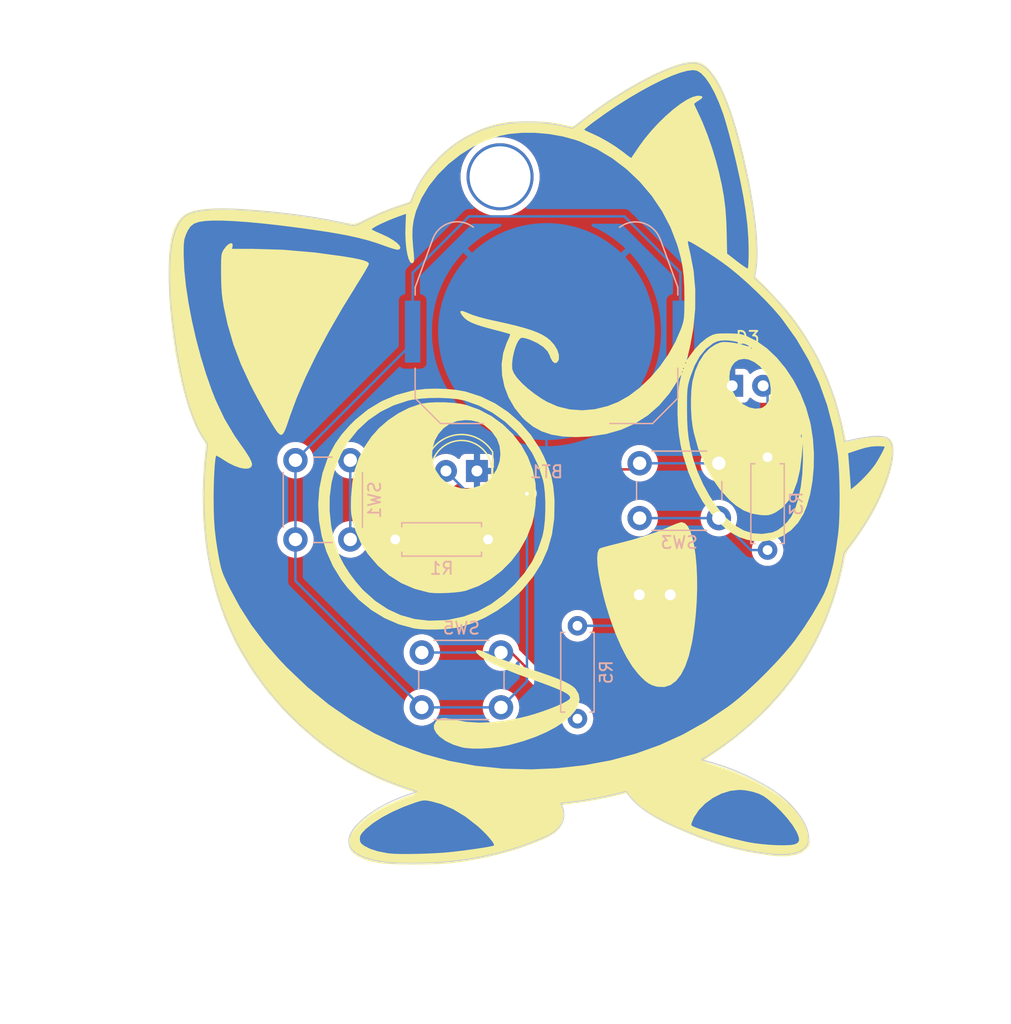
<source format=kicad_pcb>
(kicad_pcb (version 20241129) (generator "pcbnew") (generator_version "8.99")
  (layers (0 "F.Cu" signal) (2 "B.Cu" signal) (13 "F.Paste" user) (15 "B.Paste" user) (5 "F.SilkS" user "F.Silkscreen") (7 "B.SilkS" user "B.Silkscreen") (1 "F.Mask" user) (3 "B.Mask" user) (25 "Edge.Cuts" user))
  (net 0 "")
  (net 1 "Net-(BT1-+)")
  (net 2 "Net-(BT1--)")
  (net 3 "Net-(D1-A)")
  (net 4 "Net-(D3-A)")
  (net 5 "Net-(D5-A)")
  (net 6 "Net-(R1-Pad1)")
  (net 7 "Net-(R3-Pad1)")
  (net 8 "Net-(R5-Pad1)")
  (footprint "LED_THT:LED_D5.0mm" (layer "F.Cu") (at 199.395 87.63 180)
    (property "Reference" "D1" (at 1.27 -3.96 360) (layer "F.SilkS"))
    (property "Value" "LED")
    (pad "1" thru_hole rect (at 0 0 180) (size 1.8 1.8) (drill 0.9) (layers "*.Cu" "*.Mask") (net 2 "Net-(BT1--)"))
    (pad "2" thru_hole circle (at 2.54 0 180) (size 1.8 1.8) (drill 0.9) (layers "*.Cu" "*.Mask") (net 3 "Net-(D1-A)"))
  )
  (footprint "LED_THT:LED_D5.0mm" (layer "F.Cu") (at 212.725 97.79)
    (property "Reference" "D5" (at 1.27 -3.96 0) (layer "F.SilkS"))
    (property "Value" "LED")
    (pad "1" thru_hole rect (at 0 0) (size 1.8 1.8) (drill 0.9) (layers "*.Cu" "*.Mask") (net 2 "Net-(BT1--)"))
    (pad "2" thru_hole circle (at 2.54 0) (size 1.8 1.8) (drill 0.9) (layers "*.Cu" "*.Mask") (net 5 "Net-(D5-A)"))
  )
  (footprint "LED_THT:LED_D5.0mm" (layer "F.Cu") (at 220.345 80.645)
    (property "Reference" "D3" (at 1.27 -3.96 0) (layer "F.SilkS"))
    (property "Value" "LED")
    (pad "1" thru_hole rect (at 0 0) (size 1.8 1.8) (drill 0.9) (layers "*.Cu" "*.Mask") (net 2 "Net-(BT1--)"))
    (pad "2" thru_hole circle (at 2.54 0) (size 1.8 1.8) (drill 0.9) (layers "*.Cu" "*.Mask") (net 4 "Net-(D3-A)"))
  )
  (footprint "LOGO" (layer "F.Cu") (at 203.835 86.995)
    (property "Reference" "G***" (hide yes))
    (property "Value" "LOGO" (hide yes))
  )
  (footprint "Battery:BatteryHolder_Keystone_3034_1x20mm" (layer "B.Cu") (at 205.105 76.2)
    (property "Reference" "BT1" (at 0 11.5 360) (layer "B.SilkS") (effects (justify mirror)))
    (property "Value" "Battery_Cell")
    (pad "1" smd rect (at -10.985 0) (size 1.27 5.08) (layers "B.Cu" "B.Mask" "B.Paste") (net 1 "Net-(BT1-+)"))
    (pad "1" smd rect (at 10.985 0) (size 1.27 5.08) (layers "B.Cu" "B.Mask" "B.Paste") (net 1 "Net-(BT1-+)"))
    (pad "2" smd circle (at 0 0) (size 17.8 17.8) (layers "B.Cu" "B.Mask") (net 2 "Net-(BT1--)"))
  )
  (footprint "Button_Switch_THT:SW_PUSH_6mm" (layer "B.Cu") (at 201.37 102.525 180)
    (property "Reference" "SW5" (at 3.25 2 0) (layer "B.SilkS") (effects (justify mirror)))
    (property "Value" "SW_Push")
    (pad "1" thru_hole circle (at 0 0 90) (size 2 2) (drill 1.1) (layers "F&B.Cu" "*.Mask") (net 8 "Net-(R5-Pad1)"))
    (pad "1" thru_hole circle (at 6.5 0 90) (size 2 2) (drill 1.1) (layers "F&B.Cu" "*.Mask") (net 8 "Net-(R5-Pad1)"))
    (pad "2" thru_hole circle (at 0 -4.5 90) (size 2 2) (drill 1.1) (layers "F&B.Cu" "*.Mask") (net 1 "Net-(BT1-+)"))
    (pad "2" thru_hole circle (at 6.5 -4.5 90) (size 2 2) (drill 1.1) (layers "F&B.Cu" "*.Mask") (net 1 "Net-(BT1-+)"))
  )
  (footprint "Button_Switch_THT:SW_PUSH_6mm" (layer "B.Cu") (at 212.75 91.5)
    (property "Reference" "SW3" (at 3.25 2 360) (layer "B.SilkS") (effects (justify mirror)))
    (property "Value" "SW_Push")
    (pad "1" thru_hole circle (at 0 0 270) (size 2 2) (drill 1.1) (layers "F&B.Cu" "*.Mask") (net 7 "Net-(R3-Pad1)"))
    (pad "1" thru_hole circle (at 6.5 0 270) (size 2 2) (drill 1.1) (layers "F&B.Cu" "*.Mask") (net 7 "Net-(R3-Pad1)"))
    (pad "2" thru_hole circle (at 0 -4.5 270) (size 2 2) (drill 1.1) (layers "F&B.Cu" "*.Mask") (net 1 "Net-(BT1-+)"))
    (pad "2" thru_hole circle (at 6.5 -4.5 270) (size 2 2) (drill 1.1) (layers "F&B.Cu" "*.Mask") (net 1 "Net-(BT1-+)"))
  )
  (footprint "Resistor_THT:R_Axial_DIN0207_L6.3mm_D2.5mm_P7.62mm_Horizontal" (layer "B.Cu") (at 223.25 94.12 90)
    (property "Reference" "R3" (at 3.81 2.37 90) (layer "B.SilkS") (effects (justify mirror)))
    (property "Value" "R")
    (pad "1" thru_hole circle (at 0 0 90) (size 1.6 1.6) (drill 0.8) (layers "F&B.Cu" "*.Mask") (net 7 "Net-(R3-Pad1)"))
    (pad "2" thru_hole oval (at 7.62 0 90) (size 1.6 1.6) (drill 0.8) (layers "F&B.Cu" "*.Mask") (net 4 "Net-(D3-A)"))
  )
  (footprint "Resistor_THT:R_Axial_DIN0207_L6.3mm_D2.5mm_P7.62mm_Horizontal" (layer "B.Cu") (at 207.645 107.95 90)
    (property "Reference" "R5" (at 3.81 2.37 90) (layer "B.SilkS") (effects (justify mirror)))
    (property "Value" "R")
    (pad "1" thru_hole circle (at 0 0 90) (size 1.6 1.6) (drill 0.8) (layers "F&B.Cu" "*.Mask") (net 8 "Net-(R5-Pad1)"))
    (pad "2" thru_hole oval (at 7.62 0 90) (size 1.6 1.6) (drill 0.8) (layers "F&B.Cu" "*.Mask") (net 5 "Net-(D5-A)"))
  )
  (footprint "Button_Switch_THT:SW_PUSH_6mm" (layer "B.Cu") (at 189 93.25 90)
    (property "Reference" "SW1" (at 3.25 2 90) (layer "B.SilkS") (effects (justify mirror)))
    (property "Value" "SW_Push")
    (pad "1" thru_hole circle (at 0 0) (size 2 2) (drill 1.1) (layers "F&B.Cu" "*.Mask") (net 6 "Net-(R1-Pad1)"))
    (pad "1" thru_hole circle (at 6.5 0) (size 2 2) (drill 1.1) (layers "F&B.Cu" "*.Mask") (net 6 "Net-(R1-Pad1)"))
    (pad "2" thru_hole circle (at 0 -4.5) (size 2 2) (drill 1.1) (layers "F&B.Cu" "*.Mask") (net 1 "Net-(BT1-+)"))
    (pad "2" thru_hole circle (at 6.5 -4.5) (size 2 2) (drill 1.1) (layers "F&B.Cu" "*.Mask") (net 1 "Net-(BT1-+)"))
  )
  (footprint "Resistor_THT:R_Axial_DIN0207_L6.3mm_D2.5mm_P7.62mm_Horizontal" (layer "B.Cu") (at 192.69 93.25)
    (property "Reference" "R1" (at 3.81 2.37 360) (layer "B.SilkS") (effects (justify mirror)))
    (property "Value" "R")
    (pad "1" thru_hole circle (at 0 0) (size 1.6 1.6) (drill 0.8) (layers "F&B.Cu" "*.Mask") (net 6 "Net-(R1-Pad1)"))
    (pad "2" thru_hole oval (at 7.62 0) (size 1.6 1.6) (drill 0.8) (layers "F&B.Cu" "*.Mask") (net 3 "Net-(D1-A)"))
  )
  (gr_poly (pts (xy 217.160127 54.169789) (xy 217.228931 54.172505) (xy 217.296857 54.177908) (xy 217.36391 54.18604) (xy 217.430093 54.196944) (xy 217.495411 54.210661) (xy 217.559867 54.227234) (xy 217.623467 54.246704) (xy 217.686213 54.269114) (xy 217.74811 54.294505) (xy 217.809162 54.32292) (xy 217.869372 54.354401) (xy 217.928746 54.388989) (xy 217.987287 54.426727) (xy 218.045 54.467657) (xy 218.103783 54.512457) (xy 218.161058 54.558621) (xy 218.216879 54.6061) (xy 218.2713 54.654848) (xy 218.324375 54.704817) (xy 218.376159 54.755958) (xy 218.426706 54.808226) (xy 218.47607 54.861572) (xy 218.524306 54.91595) (xy 218.571467 54.97131) (xy 218.617608 55.027607) (xy 218.662783 55.084792) (xy 218.750453 55.201638) (xy 218.834911 55.321468) (xy 218.918016 55.445321) (xy 218.998298 55.570625) (xy 219.150909 55.825307) (xy 219.293775 56.084958) (xy 219.427926 56.349026) (xy 219.554393 56.616958) (xy 219.674209 56.8882) (xy 219.788403 57.162198) (xy 219.898006 57.438399) (xy 220.083848 57.934147) (xy 220.258034 58.433532) (xy 220.421672 58.936193) (xy 220.575869 59.441774) (xy 220.721732 59.949916) (xy 220.860367 60.460261) (xy 221.120384 61.486127) (xy 221.34269 62.431746) (xy 221.549369 63.380924) (xy 221.739727 64.333748) (xy 221.91307 65.290306) (xy 222.070092 66.259119) (xy 222.139987 66.744654) (xy 222.202459 67.231057) (xy 222.25625 67.718416) (xy 222.300099 68.206816) (xy 222.332749 68.696345) (xy 222.352941 69.18709) (xy 222.359958 69.498556) (xy 222.362375 69.809838) (xy 222.35828 70.12075) (xy 222.345764 70.43111) (xy 222.322917 70.740731) (xy 222.307023 70.895208) (xy 222.28783 71.049431) (xy 222.265099 71.203377) (xy 222.238592 71.357023) (xy 222.20807 71.510346) (xy 222.173294 71.663324) (xy 222.171016 71.67357) (xy 222.169207 71.683482) (xy 222.167856 71.693072) (xy 222.166949 71.702353) (xy 222.166473 71.711338) (xy 222.166416 71.720039) (xy 222.166764 71.728468) (xy 222.167505 71.73664) (xy 222.168626 71.744566) (xy 222.170114 71.75226) (xy 222.171956 71.759733) (xy 222.174139 71.766999) (xy 222.176651 71.77407) (xy 222.179477 71.780959) (xy 222.182607 71.787679) (xy 222.186026 71.794243) (xy 222.189721 71.800663) (xy 222.193681 71.806951) (xy 222.197891 71.813122) (xy 222.20234 71.819186) (xy 222.2119 71.83105) (xy 222.222257 71.842643) (xy 222.233309 71.854068) (xy 222.244952 71.865427) (xy 222.269601 71.888352) (xy 222.557165 72.152892) (xy 222.840563 72.421492) (xy 223.119706 72.694215) (xy 223.394509 72.971127) (xy 223.664883 73.252292) (xy 223.930744 73.537777) (xy 224.192002 73.827646) (xy 224.448572 74.121964) (xy 224.799575 74.541009) (xy 225.139272 74.966458) (xy 225.46762 75.398334) (xy 225.784577 75.836661) (xy 226.090102 76.28146) (xy 226.384151 76.732756) (xy 226.666684 77.190572) (xy 226.937658 77.654929) (xy 227.197032 78.125852) (xy 227.444762 78.603364) (xy 227.680807 79.087488) (xy 227.905126 79.578246) (xy 228.117675 80.075661) (xy 228.318414 80.579758) (xy 228.507299 81.090558) (xy 228.68429 81.608086) (xy 228.81769 82.028233) (xy 228.942886 82.450378) (xy 229.059922 82.874519) (xy 229.16884 83.300657) (xy 229.269685 83.728792) (xy 229.362499 84.158924) (xy 229.447325 84.591053) (xy 229.524208 85.025179) (xy 229.530821 85.062683) (xy 229.534415 85.081436) (xy 229.538215 85.100188) (xy 229.542232 85.118941) (xy 229.546478 85.137693) (xy 229.550962 85.156446) (xy 229.555696 85.175198) (xy 229.556985 85.177325) (xy 229.558415 85.179541) (xy 229.561644 85.184242) (xy 229.569241 85.194761) (xy 229.573413 85.200601) (xy 229.577705 85.206843) (xy 229.582018 85.213497) (xy 229.584152 85.216982) (xy 229.586254 85.220574) (xy 230.148592 85.100188) (xy 230.429067 85.040603) (xy 230.709543 84.982579) (xy 230.897595 84.945822) (xy 231.086037 84.911637) (xy 231.274913 84.880598) (xy 231.464266 84.853282) (xy 231.65414 84.830263) (xy 231.844579 84.812117) (xy 232.035626 84.799418) (xy 232.227324 84.792743) (xy 232.298594 84.792564) (xy 232.369993 84.794609) (xy 232.441479 84.798586) (xy 232.513008 84.804201) (xy 232.584538 84.811163) (xy 232.656024 84.819177) (xy 232.798696 84.83719) (xy 232.826823 84.841453) (xy 232.854257 84.846593) (xy 232.881006 84.852597) (xy 232.907077 84.859452) (xy 232.932478 84.867145) (xy 232.957217 84.875664) (xy 232.981301 84.884995) (xy 233.004737 84.895126) (xy 233.027532 84.906044) (xy 233.049695 84.917736) (xy 233.071233 84.930188) (xy 233.092152 84.943389) (xy 233.112462 84.957325) (xy 233.132168 84.971983) (xy 233.169802 85.003416) (xy 233.205113 85.037583) (xy 233.238162 85.074381) (xy 233.269008 85.113708) (xy 233.297711 85.155461) (xy 233.324331 85.199535) (xy 233.348927 85.245829) (xy 233.371558 85.294239) (xy 233.392286 85.344662) (xy 233.413562 85.403163) (xy 233.432319 85.461971) (xy 233.448665 85.52107) (xy 233.462706 85.580441) (xy 233.47455 85.640068) (xy 233.484304 85.699931) (xy 233.492074 85.760015) (xy 233.497968 85.820301) (xy 233.502094 85.880771) (xy 233.504557 85.941408) (xy 233.505467 86.002194) (xy 233.504928 86.063111) (xy 233.499939 86.185271) (xy 233.490445 86.307745) (xy 233.472012 86.478164) (xy 233.449159 86.647405) (xy 233.422108 86.815525) (xy 233.391084 86.982584) (xy 233.35631 87.148638) (xy 233.318011 87.313747) (xy 233.231732 87.641362) (xy 233.134037 87.965895) (xy 233.026716 88.287812) (xy 232.91156 88.607581) (xy 232.79036 88.925668) (xy 232.673417 89.217111) (xy 232.551176 89.505643) (xy 232.423764 89.79133) (xy 232.291309 90.074234) (xy 232.011778 90.631951) (xy 231.713604 91.179305) (xy 231.397806 91.716805) (xy 231.065405 92.244961) (xy 230.717419 92.764283) (xy 230.35487 93.275282) (xy 230.178196 93.513883) (xy 229.998572 93.750574) (xy 229.816519 93.985528) (xy 229.632557 94.218919) (xy 229.618208 94.237576) (xy 229.604665 94.2564) (xy 229.591912 94.275406) (xy 229.579931 94.294609) (xy 229.568704 94.314023) (xy 229.558214 94.333663) (xy 229.548442 94.353545) (xy 229.539372 94.373684) (xy 229.530986 94.394094) (xy 229.523265 94.41479) (xy 229.516193 94.435787) (xy 229.509752 94.4571) (xy 229.503924 94.478744) (xy 229.498692 94.500734) (xy 229.494037 94.523084) (xy 229.489943 94.54581) (xy 229.405604 95.027297) (xy 229.311638 95.506364) (xy 229.208057 95.983021) (xy 229.094872 96.457279) (xy 228.972093 96.92915) (xy 228.839732 97.398644) (xy 228.697799 97.865772) (xy 228.546305 98.330546) (xy 228.348661 98.89392) (xy 228.137739 99.449536) (xy 227.913563 99.997404) (xy 227.67616 100.537534) (xy 227.425555 101.069937) (xy 227.161775 101.594625) (xy 226.884845 102.111608) (xy 226.594791 102.620897) (xy 226.291638 103.122502) (xy 225.975413 103.616435) (xy 225.646141 104.102707) (xy 225.303848 104.581327) (xy 224.948559 105.052308) (xy 224.580301 105.51566) (xy 224.199099 105.971393) (xy 223.804979 106.419519) (xy 223.485015 106.768181) (xy 223.159569 107.110247) (xy 222.82863 107.4457) (xy 222.492184 107.774519) (xy 222.15022 108.096686) (xy 221.802725 108.412181) (xy 221.449688 108.720987) (xy 221.091096 109.023083) (xy 220.726937 109.318451) (xy 220.357199 109.607071) (xy 219.981869 109.888926) (xy 219.600935 110.163995) (xy 219.214386 110.43226) (xy 218.822209 110.693702) (xy 218.424391 110.948301) (xy 218.020922 111.196039) (xy 218.000854 111.208387) (xy 217.98071 111.221202) (xy 217.93885 111.248709) (xy 217.89265 111.279515) (xy 217.839417 111.314573) (xy 217.866731 111.323383) (xy 217.891939 111.331748) (xy 217.937344 111.347101) (xy 217.958191 111.354066) (xy 217.978235 111.360544) (xy 217.997801 111.366522) (xy 218.017215 111.37199) (xy 218.726525 111.567488) (xy 219.42571 111.787392) (xy 220.114629 112.031886) (xy 220.793141 112.301156) (xy 221.461105 112.595385) (xy 222.118379 112.914758) (xy 222.764824 113.25946) (xy 223.400297 113.629676) (xy 223.58463 113.744616) (xy 223.765669 113.863393) (xy 223.943351 113.986044) (xy 224.117616 114.112607) (xy 224.288404 114.243121) (xy 224.455652 114.377622) (xy 224.619301 114.516149) (xy 224.779288 114.658741) (xy 224.935553 114.805434) (xy 225.088035 114.956268) (xy 225.236672 115.111279) (xy 225.381404 115.270507) (xy 225.522169 115.433989) (xy 225.658907 115.601762) (xy 225.791556 115.773866) (xy 225.920056 115.950338) (xy 226.038383 116.123484) (xy 226.094886 116.211342) (xy 226.149395 116.300135) (xy 226.201745 116.389921) (xy 226.251769 116.480759) (xy 226.299303 116.572706) (xy 226.344182 116.665821) (xy 226.386238 116.760163) (xy 226.425308 116.855789) (xy 226.461225 116.952758) (xy 226.493825 117.051128) (xy 226.522941 117.150958) (xy 226.548408 117.252305) (xy 226.570061 117.355229) (xy 226.587735 117.459787) (xy 226.596878 117.530563) (xy 226.60359 117.601818) (xy 226.608046 117.673419) (xy 226.610418 117.745239) (xy 226.61088 117.817145) (xy 226.609606 117.889008) (xy 226.60677 117.960698) (xy 226.602544 118.032084) (xy 226.599229 118.066259) (xy 226.593866 118.099692) (xy 226.586555 118.132401) (xy 226.577397 118.164404) (xy 226.566491 118.195717) (xy 226.553939 118.226359) (xy 226.53984 118.256348) (xy 226.524295 118.2857) (xy 226.507405 118.314434) (xy 226.489269 118.342567) (xy 226.469988 118.370116) (xy 226.449662 118.3971) (xy 226.428392 118.423536) (xy 226.406279 118.449441) (xy 226.383422 118.474834) (xy 226.359922 118.499731) (xy 226.304664 118.554332) (xy 226.247937 118.605985) (xy 226.189749 118.654716) (xy 226.130105 118.700552) (xy 226.069012 118.743517) (xy 226.006478 118.783638) (xy 225.942508 118.820939) (xy 225.87711 118.855448) (xy 225.810291 118.88719) (xy 225.742056 118.91619) (xy 225.672414 118.942474) (xy 225.60137 118.966069) (xy 225.528931 118.986999) (xy 225.455105 119.00529) (xy 225.379897 119.020969) (xy 225.303315 119.034061) (xy 225.081371 119.063234) (xy 224.859362 119.083748) (xy 224.63731 119.096144) (xy 224.415238 119.100966) (xy 224.193165 119.098755) (xy 223.971115 119.090055) (xy 223.749109 119.075407) (xy 223.527168 119.055354) (xy 223.076821 119.004552) (xy 222.62899 118.943983) (xy 222.183627 118.873886) (xy 221.740687 118.794499) (xy 221.300123 118.706062) (xy 220.861891 118.608814) (xy 219.992232 118.388835) (xy 219.131342 118.136475) (xy 218.278851 117.853642) (xy 217.434392 117.542246) (xy 216.597594 117.204198) (xy 215.911976 116.910022) (xy 215.570969 116.758099) (xy 215.231915 116.601694) (xy 214.895378 116.439862) (xy 214.561924 116.271661) (xy 214.232116 116.096145) (xy 213.906518 115.912371) (xy 213.679755 115.777531) (xy 213.456302 115.637742) (xy 213.236952 115.492137) (xy 213.129062 115.416881) (xy 213.022495 115.339846) (xy 212.91735 115.260923) (xy 212.813725 115.180003) (xy 212.71172 115.096978) (xy 212.611433 115.011739) (xy 212.512964 114.924177) (xy 212.416412 114.834185) (xy 212.321876 114.741653) (xy 212.229454 114.646473) (xy 212.154006 114.563889) (xy 212.080608 114.478744) (xy 212.008448 114.391168) (xy 211.936711 114.301292) (xy 211.79125 114.115158) (xy 211.715899 114.01916) (xy 211.637716 113.921383) (xy 210.986789 114.092522) (xy 210.330274 114.249042) (xy 209.668572 114.391087) (xy 209.002084 114.518796) (xy 208.331212 114.63231) (xy 207.656358 114.731771) (xy 206.977922 114.817319) (xy 206.296306 114.889096) (xy 206.321002 114.958221) (xy 206.34611 115.025543) (xy 206.395393 115.156259) (xy 206.418483 115.22039) (xy 206.439815 115.284195) (xy 206.458846 115.348045) (xy 206.467329 115.380101) (xy 206.475034 115.412307) (xy 206.499945 115.540517) (xy 206.509094 115.603505) (xy 206.516056 115.665753) (xy 206.520843 115.727263) (xy 206.523467 115.788038) (xy 206.523941 115.84808) (xy 206.522276 115.907392) (xy 206.518486 115.965978) (xy 206.512583 116.023839) (xy 206.504579 116.080978) (xy 206.494486 116.137398) (xy 206.482317 116.193102) (xy 206.468085 116.248093) (xy 206.451801 116.302373) (xy 206.433478 116.355944) (xy 206.413128 116.408811) (xy 206.390765 116.460974) (xy 206.366399 116.512438) (xy 206.340044 116.563204) (xy 206.311712 116.613276) (xy 206.281415 116.662657) (xy 206.214976 116.759352) (xy 206.140827 116.853313) (xy 206.059067 116.944561) (xy 205.969794 117.033118) (xy 205.873108 117.119005) (xy 205.826588 117.15736) (xy 205.779413 117.194655) (xy 205.7316 117.230913) (xy 205.683167 117.266159) (xy 205.584513 117.333713) (xy 205.483591 117.397512) (xy 205.380541 117.457751) (xy 205.275506 117.514626) (xy 205.168626 117.568332) (xy 205.060043 117.619065) (xy 204.476615 117.871939) (xy 203.887674 118.107829) (xy 203.29335 118.327114) (xy 202.693774 118.530176) (xy 202.089076 118.717393) (xy 201.479386 118.889146) (xy 200.864834 119.045815) (xy 200.245551 119.187779) (xy 199.804615 119.279581) (xy 199.362497 119.363972) (xy 198.919229 119.440919) (xy 198.474842 119.510388) (xy 198.029371 119.572348) (xy 197.582847 119.626766) (xy 197.135304 119.673608) (xy 196.686772 119.712843) (xy 196.180692 119.74906) (xy 195.673916 119.777551) (xy 195.166792 119.798924) (xy 194.659669 119.813785) (xy 194.205171 119.820282) (xy 193.750412 119.819226) (xy 193.295826 119.81105) (xy 192.841847 119.796188) (xy 192.547656 119.781465) (xy 192.254159 119.760361) (xy 191.96153 119.732052) (xy 191.669943 119.695712) (xy 191.379571 119.650518) (xy 191.090588 119.595643) (xy 190.803168 119.530263) (xy 190.517484 119.453553) (xy 190.375339 119.409874) (xy 190.235114 119.361975) (xy 190.096908 119.30954) (xy 189.960818 119.252254) (xy 189.893597 119.221694) (xy 189.826941 119.189803) (xy 189.760864 119.156542) (xy 189.695377 119.121871) (xy 189.630491 119.085752) (xy 189.566221 119.048145) (xy 189.502577 119.00901) (xy 189.439572 118.968308) (xy 189.385024 118.930395) (xy 189.333522 118.891186) (xy 189.28503 118.850738) (xy 189.239514 118.809112) (xy 189.196938 118.766367) (xy 189.157265 118.722562) (xy 189.120461 118.677757) (xy 189.086489 118.632011) (xy 189.055315 118.585382) (xy 189.026902 118.537932) (xy 189.001215 118.489718) (xy 188.978218 118.440801) (xy 188.957876 118.391239) (xy 188.940153 118.341092) (xy 188.925014 118.29042) (xy 188.912422 118.239281) (xy 188.902343 118.187736) (xy 188.89474 118.135842) (xy 188.889579 118.083661) (xy 188.886822 118.031251) (xy 188.886436 117.978671) (xy 188.888384 117.925981) (xy 188.899139 117.820507) (xy 188.918805 117.715306) (xy 188.947095 117.61085) (xy 188.983724 117.507616) (xy 189.028409 117.406077) (xy 189.067305 117.328925) (xy 189.108562 117.253678) (xy 189.152065 117.180242) (xy 189.197701 117.108527) (xy 189.245355 117.03844) (xy 189.294914 116.969888) (xy 189.346263 116.90278) (xy 189.399289 116.837022) (xy 189.453877 116.772524) (xy 189.509915 116.709192) (xy 189.567287 116.646934) (xy 189.62588 116.585659) (xy 189.746272 116.465687) (xy 189.870181 116.348536) (xy 189.987167 116.242519) (xy 190.106109 116.139365) (xy 190.226944 116.038986) (xy 190.349611 115.941295) (xy 190.474046 115.846203) (xy 190.600188 115.753621) (xy 190.857342 115.575639) (xy 191.120573 115.406642) (xy 191.389382 115.245925) (xy 191.66327 115.092784) (xy 191.941737 114.946512) (xy 192.223169 114.807462) (xy 192.507562 114.675542) (xy 192.794756 114.550415) (xy 193.084587 114.431746) (xy 193.376892 114.319198) (xy 193.671509 114.212434) (xy 193.968274 114.111118) (xy 194.267026 114.014913) (xy 194.290936 114.007427) (xy 194.314717 113.999313) (xy 194.326545 113.994905) (xy 194.338324 113.990201) (xy 194.350049 113.985155) (xy 194.361714 113.979722) (xy 194.373314 113.973854) (xy 194.384843 113.967506) (xy 194.396297 113.960632) (xy 194.407669 113.953186) (xy 194.418954 113.945121) (xy 194.430147 113.936391) (xy 194.441242 113.926951) (xy 194.452234 113.916753) (xy 193.840123 113.721357) (xy 193.278965 113.53394) (xy 192.724806 113.333884) (xy 192.177659 113.121179) (xy 191.637532 112.895818) (xy 191.104438 112.657793) (xy 190.578386 112.407096) (xy 190.059389 112.143717) (xy 189.547456 111.867651) (xy 189.042598 111.578887) (xy 188.544827 111.277419) (xy 188.054154 110.963237) (xy 187.570588 110.636335) (xy 187.094142 110.296703) (xy 186.624825 109.944333) (xy 186.162649 109.579219) (xy 185.707624 109.20135) (xy 185.323484 108.868172) (xy 184.946555 108.528753) (xy 184.576908 108.183041) (xy 184.214613 107.83098) (xy 183.859741 107.472516) (xy 183.512363 107.107596) (xy 183.172548 106.736164) (xy 182.840368 106.358167) (xy 182.515892 105.97355) (xy 182.199192 105.582259) (xy 181.890338 105.184241) (xy 181.589401 104.779439) (xy 181.296451 104.367801) (xy 181.011558 103.949273) (xy 180.734794 103.523799) (xy 180.466228 103.091325) (xy 180.001889 102.289684) (xy 179.572005 101.473935) (xy 179.176305 100.644209) (xy 178.814517 99.800636) (xy 178.486371 98.943345) (xy 178.191595 98.072468) (xy 177.929918 97.188135) (xy 177.701068 96.290475) (xy 177.588382 95.790058) (xy 177.485257 95.288208) (xy 177.391964 94.784883) (xy 177.308774 94.280039) (xy 177.235958 93.773632) (xy 177.173789 93.265618) (xy 177.122536 92.755955) (xy 177.082472 92.244599) (xy 177.054546 91.786049) (xy 177.031308 91.327239) (xy 177.01189 90.868255) (xy 176.995424 90.409184) (xy 176.985556 89.997374) (xy 176.983328 89.585672) (xy 176.988132 89.174101) (xy 176.99936 88.762682) (xy 177.016405 88.351437) (xy 177.038659 87.940387) (xy 177.096363 87.118959) (xy 177.113218 86.923532) (xy 177.132232 86.728256) (xy 177.174961 86.338074) (xy 177.266755 85.558579) (xy 177.270034 85.52478) (xy 177.271148 85.508286) (xy 177.271804 85.492034) (xy 177.271924 85.476005) (xy 177.271426 85.460178) (xy 177.270232 85.444533) (xy 177.268259 85.429049) (xy 177.26543 85.413706) (xy 177.261663 85.398484) (xy 177.256879 85.383362) (xy 177.250998 85.368321) (xy 177.243938 85.353339) (xy 177.235622 85.338396) (xy 177.225968 85.323472) (xy 177.214896 85.308547) (xy 177.126871 85.193519) (xy 177.042231 85.076644) (xy 176.960822 84.958009) (xy 176.882491 84.837698) (xy 176.807084 84.715798) (xy 176.734449 84.592393) (xy 176.596879 84.341412) (xy 176.468556 84.085439) (xy 176.348252 83.825158) (xy 176.234741 83.561252) (xy 176.126797 83.294405) (xy 175.968612 82.874788) (xy 175.822549 82.451678) (xy 175.687534 82.025398) (xy 175.562491 81.596276) (xy 175.446347 81.164636) (xy 175.338027 80.730804) (xy 175.236457 80.295106) (xy 175.140563 79.857867) (xy 175.024703 79.294923) (xy 174.917069 78.730613) (xy 174.817118 78.165044) (xy 174.724308 77.598324) (xy 174.638096 77.030563) (xy 174.557939 76.461869) (xy 174.413621 75.322115) (xy 174.353816 74.78888) (xy 174.300673 74.255243) (xy 174.25504 73.72115) (xy 174.217763 73.186547) (xy 174.189689 72.65138) (xy 174.171664 72.115594) (xy 174.164534 71.579136) (xy 174.169146 71.041951) (xy 174.179101 70.694368) (xy 174.196001 70.347665) (xy 174.221236 70.002025) (xy 174.256194 69.657633) (xy 174.302265 69.314674) (xy 174.360837 68.973332) (xy 174.395245 68.803325) (xy 174.4333 68.633791) (xy 174.475174 68.464754) (xy 174.521042 68.296236) (xy 174.570352 68.13306) (xy 174.62486 67.972195) (xy 174.654223 67.8927) (xy 174.685076 67.813869) (xy 174.717484 67.735729) (xy 174.751511 67.65831) (xy 174.787219 67.581639) (xy 174.824673 67.505746) (xy 174.863937 67.430659) (xy 174.905074 67.356406) (xy 174.948148 67.283015) (xy 174.993223 67.210516) (xy 175.040363 67.138937) (xy 175.089631 67.068306) (xy 175.124966 67.020924) (xy 175.161526 66.975311) (xy 175.199316 66.931456) (xy 175.238347 66.889348) (xy 175.278626 66.848976) (xy 175.320161 66.81033) (xy 175.36296 66.773399) (xy 175.407031 66.738171) (xy 175.452384 66.704637) (xy 175.499024 66.672784) (xy 175.546962 66.642602) (xy 175.596204 66.614081) (xy 175.64676 66.58721) (xy 175.698637 66.561977) (xy 175.751843 66.538372) (xy 175.806387 66.516384) (xy 175.939985 66.468138) (xy 176.074722 66.425241) (xy 176.210523 66.387315) (xy 176.347311 66.35398) (xy 176.485011 66.324855) (xy 176.623546 66.299561) (xy 176.762841 66.277717) (xy 176.90282 66.258945) (xy 177.301336 66.215969) (xy 177.7002 66.185658) (xy 178.099324 66.166958) (xy 178.498621 66.158817) (xy 178.898006 66.160183) (xy 179.29739 66.170002) (xy 179.696688 66.187223) (xy 180.095812 66.210792) (xy 180.821553 66.261492) (xy 181.547035 66.318443) (xy 182.271995 66.382688) (xy 182.996174 66.455266) (xy 183.752991 66.539451) (xy 184.508472 66.63198) (xy 185.262326 66.734516) (xy 186.014259 66.848717) (xy 186.763979 66.976245) (xy 187.511191 67.11876) (xy 188.255604 67.277921) (xy 188.996924 67.455391) (xy 189.045085 67.466704) (xy 189.092071 67.475966) (xy 189.13801 67.483145) (xy 189.183029 67.488207) (xy 189.227256 67.491121) (xy 189.270818 67.491854) (xy 189.313844 67.490372) (xy 189.356459 67.486645) (xy 189.398792 67.480638) (xy 189.440971 67.47232) (xy 189.483123 67.461658) (xy 189.525375 67.448619) (xy 189.567854 67.433171) (xy 189.61069 67.415281) (xy 189.654008 67.394918) (xy 189.697937 67.372047) (xy 190.190327 67.113236) (xy 190.688773 66.868598) (xy 191.193078 66.637808) (xy 191.703049 66.420539) (xy 192.218489 66.216467) (xy 192.739203 66.025265) (xy 193.264996 65.846607) (xy 193.795672 65.68017) (xy 193.814465 65.674367) (xy 193.832636 65.668343) (xy 193.850169 65.661985) (xy 193.867049 65.655181) (xy 193.883262 65.647818) (xy 193.898793 65.639783) (xy 193.913627 65.630965) (xy 193.927748 65.62125) (xy 193.934537 65.616021) (xy 193.941143 65.610526) (xy 193.947563 65.60475) (xy 193.953795 65.59868) (xy 193.959838 65.592301) (xy 193.965691 65.585599) (xy 193.97135 65.578561) (xy 193.976814 65.571172) (xy 193.982082 65.563418) (xy 193.987151 65.555284) (xy 193.99202 65.546758) (xy 193.996686 65.537825) (xy 194.001149 65.528471) (xy 194.005405 65.518681) (xy 194.009453 65.508442) (xy 194.013292 65.49774) (xy 194.093109 65.275086) (xy 194.178981 65.056092) (xy 194.270778 64.840681) (xy 194.368371 64.628779) (xy 194.471628 64.420313) (xy 194.58042 64.215206) (xy 194.694616 64.013385) (xy 194.814086 63.814774) (xy 194.9387 63.6193) (xy 195.068328 63.426888) (xy 195.202839 63.237462) (xy 195.342103 63.050949) (xy 195.485991 62.867274) (xy 195.634371 62.686362) (xy 195.787113 62.508138) (xy 195.944088 62.332529) (xy 196.10017 62.164658) (xy 196.259034 62.000364) (xy 196.420728 61.839708) (xy 196.585299 61.682751) (xy 196.752795 61.529555) (xy 196.923263 61.38018) (xy 197.09675 61.234687) (xy 197.273305 61.093138) (xy 197.452974 60.955593) (xy 197.635805 60.822113) (xy 197.821845 60.69276) (xy 198.011142 60.567595) (xy 198.203744 60.446678) (xy 198.399698 60.330071) (xy 198.599051 60.217834) (xy 198.801852 60.110029) (xy 199.141076 59.943312) (xy 199.48501 59.791008) (xy 199.833589 59.652941) (xy 200.186748 59.528938) (xy 200.544421 59.418826) (xy 200.906543 59.32243) (xy 201.273049 59.239579) (xy 201.643874 59.170096) (xy 201.940388 59.124192) (xy 202.237467 59.086406) (xy 202.535066 59.056606) (xy 202.833143 59.034663) (xy 203.131654 59.020447) (xy 203.430555 59.013827) (xy 203.729804 59.014673) (xy 204.029357 59.022856) (xy 204.415155 59.042905) (xy 204.799477 59.072819) (xy 205.182237 59.113085) (xy 205.563347 59.164193) (xy 205.94272 59.22663) (xy 206.32027 59.300885) (xy 206.695909 59.387447) (xy 207.069552 59.486803) (xy 207.095874 59.493621) (xy 207.121083 59.498805) (xy 207.14528 59.502373) (xy 207.168566 59.50434) (xy 207.191044 59.504722) (xy 207.212815 59.503537) (xy 207.233982 59.500799) (xy 207.254645 59.496526) (xy 207.274906 59.490734) (xy 207.294868 59.483439) (xy 207.314631 59.474657) (xy 207.334298 59.464404) (xy 207.353971 59.452698) (xy 207.37375 59.439553) (xy 207.393739 59.424987) (xy 207.414038 59.409016) (xy 208.092191 58.870168) (xy 208.780934 58.347251) (xy 209.480704 57.840916) (xy 210.191933 57.351814) (xy 210.915056 56.880596) (xy 211.650506 56.427914) (xy 212.39872 55.994418) (xy 213.16013 55.580759) (xy 213.474778 55.417445) (xy 213.791153 55.258048) (xy 214.109676 55.103535) (xy 214.430772 54.954871) (xy 214.754863 54.813023) (xy 215.082373 54.678955) (xy 215.413724 54.553633) (xy 215.74934 54.438025) (xy 215.904547 54.388774) (xy 216.060503 54.342845) (xy 216.21735 54.300865) (xy 216.375227 54.263465) (xy 216.534277 54.231275) (xy 216.69464 54.204922) (xy 216.775358 54.194132) (xy 216.856458 54.185038) (xy 216.937956 54.177718) (xy 217.019871 54.17225) (xy 217.090442 54.169718)) (fill no) (layer "Edge.Cuts"))
  (via (at 201.295 63.5) (size 5.5) (drill 5) (layers "F.Cu" "B.Cu") (net 0))
  (segment (start 205.5 87.5) (end 212.25 87.5) (width 0.2) (layer "F.Cu") (net 1))
  (segment (start 212.25 87.5) (end 212.75 87) (width 0.2) (layer "F.Cu") (net 1))
  (segment (start 203.5 89.5) (end 205.5 87.5) (width 0.2) (layer "F.Cu") (net 1))
  (via (at 203.5 89.5) (size 0.6) (drill 0.3) (layers "F.Cu" "B.Cu") (net 1))
  (segment (start 194.12 77.13) (end 194.12 76.2) (width 0.2) (layer "B.Cu") (net 1))
  (segment (start 184.5 86.75) (end 184.5 93.25) (width 0.2) (layer "B.Cu") (net 1))
  (segment (start 203.5 104.895) (end 201.37 107.025) (width 0.2) (layer "B.Cu") (net 1))
  (segment (start 216.09 71.34) (end 216.09 76.2) (width 0.2) (layer "B.Cu") (net 1))
  (segment (start 194.12 71.38) (end 198.75 66.75) (width 0.2) (layer "B.Cu") (net 1))
  (segment (start 184.5 93.25) (end 184.5 96.655) (width 0.2) (layer "B.Cu") (net 1))
  (segment (start 219.25 87) (end 212.75 87) (width 0.2) (layer "B.Cu") (net 1))
  (segment (start 184.5 96.655) (end 194.87 107.025) (width 0.2) (layer "B.Cu") (net 1))
  (segment (start 203.5 89.5) (end 203.5 104.895) (width 0.2) (layer "B.Cu") (net 1))
  (segment (start 211.5 66.75) (end 216.09 71.34) (width 0.2) (layer "B.Cu") (net 1))
  (segment (start 194.12 76.2) (end 194.12 71.38) (width 0.2) (layer "B.Cu") (net 1))
  (segment (start 198.75 66.75) (end 211.5 66.75) (width 0.2) (layer "B.Cu") (net 1))
  (segment (start 194.87 107.025) (end 201.37 107.025) (width 0.2) (layer "B.Cu") (net 1))
  (segment (start 184.5 86.75) (end 194.12 77.13) (width 0.2) (layer "B.Cu") (net 1))
  (segment (start 220.345 80.645) (end 209.395 80.645) (width 0.2) (layer "B.Cu") (net 2))
  (segment (start 210.185 77.47) (end 208.28 75.565) (width 0.2) (layer "B.Cu") (net 2))
  (segment (start 207.946 79.196) (end 207.946 79.041) (width 0.2) (layer "B.Cu") (net 2))
  (segment (start 207.946 79.041) (end 205.105 76.2) (width 0.2) (layer "B.Cu") (net 2))
  (segment (start 205.105 90.17) (end 205.105 76.2) (width 0.2) (layer "B.Cu") (net 2))
  (segment (start 212.725 97.79) (end 205.105 90.17) (width 0.2) (layer "B.Cu") (net 2))
  (segment (start 209.395 80.645) (end 207.946 79.196) (width 0.2) (layer "B.Cu") (net 2))
  (segment (start 199.395 87.63) (end 199.395 81.91) (width 0.2) (layer "B.Cu") (net 2))
  (segment (start 208.28 75.565) (end 199.39 75.565) (width 0.2) (layer "B.Cu") (net 2))
  (segment (start 210.82 75.565) (end 208.28 75.565) (width 0.2) (layer "B.Cu") (net 2))
  (segment (start 199.395 81.91) (end 205.105 76.2) (width 0.2) (layer "B.Cu") (net 2))
  (segment (start 200.31 93.25) (end 200.31 91.085) (width 0.2) (layer "B.Cu") (net 3))
  (segment (start 200.31 91.085) (end 196.855 87.63) (width 0.2) (layer "B.Cu") (net 3))
  (segment (start 223.25 86.5) (end 223.25 81.01) (width 0.2) (layer "B.Cu") (net 4))
  (segment (start 223.25 81.01) (end 222.885 80.645) (width 0.2) (layer "B.Cu") (net 4))
  (segment (start 207.645 100.33) (end 212.725 100.33) (width 0.2) (layer "B.Cu") (net 5))
  (segment (start 212.725 100.33) (end 215.265 97.79) (width 0.2) (layer "B.Cu") (net 5))
  (segment (start 189 86.75) (end 189 93.25) (width 0.2) (layer "B.Cu") (net 6))
  (segment (start 192.69 93.25) (end 189 93.25) (width 0.2) (layer "B.Cu") (net 6))
  (segment (start 189 86.75) (end 189.25 87) (width 0.2) (layer "B.Cu") (net 6))
  (segment (start 221.87 94.12) (end 219.25 91.5) (width 0.2) (layer "B.Cu") (net 7))
  (segment (start 219.25 91.5) (end 212.75 91.5) (width 0.2) (layer "B.Cu") (net 7))
  (segment (start 223.25 94.12) (end 221.87 94.12) (width 0.2) (layer "B.Cu") (net 7))
  (segment (start 202.22 102.525) (end 207.645 107.95) (width 0.2) (layer "F.Cu") (net 8))
  (segment (start 201.37 102.525) (end 202.22 102.525) (width 0.2) (layer "F.Cu") (net 8))
  (segment (start 201.37 102.525) (end 202.22 102.525) (width 0.2) (layer "B.Cu") (net 8))
  (segment (start 194.87 102.525) (end 201.37 102.525) (width 0.2) (layer "B.Cu") (net 8))
  (zone (net 2) (net_name "Net-(BT1--)") (layers "F&B.Cu") (connect_pads (clearance 0.5)) (min_thickness 0.25) (fill yes (thermal_gap 0.5) (thermal_bridge_width 0.5))
    (polygon (pts (xy 160.25 49.5) (xy 243 50) (xy 243.25 132) (xy 160.5 133) (xy 160.75 49)))
  )
)
</source>
